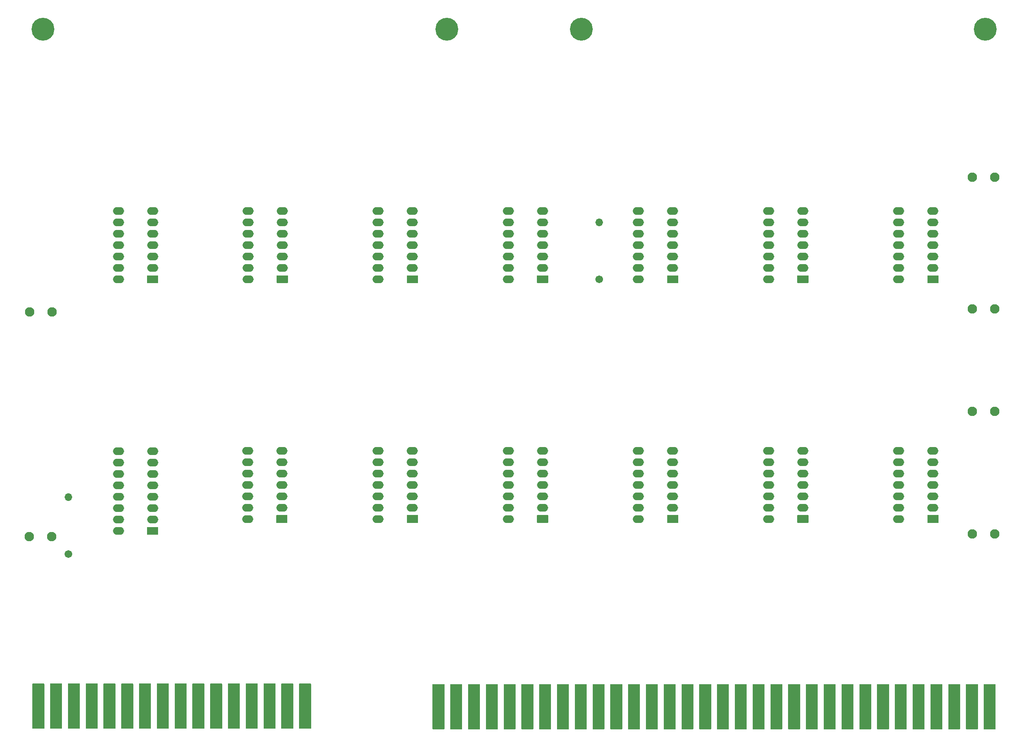
<source format=gbr>
G04 #@! TF.GenerationSoftware,KiCad,Pcbnew,(5.1.10-1-10_14)*
G04 #@! TF.CreationDate,2022-02-06T21:24:09+11:00*
G04 #@! TF.ProjectId,educ 8 decoder,65647563-2038-4206-9465-636f6465722e,rev?*
G04 #@! TF.SameCoordinates,Original*
G04 #@! TF.FileFunction,Soldermask,Bot*
G04 #@! TF.FilePolarity,Negative*
%FSLAX46Y46*%
G04 Gerber Fmt 4.6, Leading zero omitted, Abs format (unit mm)*
G04 Created by KiCad (PCBNEW (5.1.10-1-10_14)) date 2022-02-06 21:24:09*
%MOMM*%
%LPD*%
G01*
G04 APERTURE LIST*
%ADD10C,5.102000*%
%ADD11O,2.502000X1.702000*%
%ADD12O,1.702000X1.702000*%
%ADD13C,1.702000*%
%ADD14C,2.102000*%
G04 APERTURE END LIST*
D10*
X265000000Y-93000000D03*
X175000000Y-93000000D03*
X145000000Y-93000000D03*
X55000000Y-93000000D03*
D11*
X129700000Y-148740000D03*
X137320000Y-133500000D03*
X129700000Y-146200000D03*
X137320000Y-136040000D03*
X129700000Y-143660000D03*
X137320000Y-138580000D03*
X129700000Y-141120000D03*
X137320000Y-141120000D03*
X129700000Y-138580000D03*
X137320000Y-143660000D03*
X129700000Y-136040000D03*
X137320000Y-146200000D03*
X129700000Y-133500000D03*
G36*
G01*
X138571000Y-147940000D02*
X138571000Y-149540000D01*
G75*
G02*
X138520000Y-149591000I-51000J0D01*
G01*
X136120000Y-149591000D01*
G75*
G02*
X136069000Y-149540000I0J51000D01*
G01*
X136069000Y-147940000D01*
G75*
G02*
X136120000Y-147889000I51000J0D01*
G01*
X138520000Y-147889000D01*
G75*
G02*
X138571000Y-147940000I0J-51000D01*
G01*
G37*
D12*
X60626800Y-197342000D03*
D13*
X60626800Y-210042000D03*
D11*
X100700000Y-148740000D03*
X108320000Y-133500000D03*
X100700000Y-146200000D03*
X108320000Y-136040000D03*
X100700000Y-143660000D03*
X108320000Y-138580000D03*
X100700000Y-141120000D03*
X108320000Y-141120000D03*
X100700000Y-138580000D03*
X108320000Y-143660000D03*
X100700000Y-136040000D03*
X108320000Y-146200000D03*
X100700000Y-133500000D03*
G36*
G01*
X109571000Y-147940000D02*
X109571000Y-149540000D01*
G75*
G02*
X109520000Y-149591000I-51000J0D01*
G01*
X107120000Y-149591000D01*
G75*
G02*
X107069000Y-149540000I0J51000D01*
G01*
X107069000Y-147940000D01*
G75*
G02*
X107120000Y-147889000I51000J0D01*
G01*
X109520000Y-147889000D01*
G75*
G02*
X109571000Y-147940000I0J-51000D01*
G01*
G37*
D12*
X178905000Y-136081000D03*
D13*
X178905000Y-148781000D03*
G36*
G01*
X52643000Y-249000000D02*
X52643000Y-239000000D01*
G75*
G02*
X52694000Y-238949000I51000J0D01*
G01*
X55234000Y-238949000D01*
G75*
G02*
X55285000Y-239000000I0J-51000D01*
G01*
X55285000Y-249000000D01*
G75*
G02*
X55234000Y-249051000I-51000J0D01*
G01*
X52694000Y-249051000D01*
G75*
G02*
X52643000Y-249000000I0J51000D01*
G01*
G37*
G36*
G01*
X56605400Y-249000000D02*
X56605400Y-239000000D01*
G75*
G02*
X56656400Y-238949000I51000J0D01*
G01*
X59196400Y-238949000D01*
G75*
G02*
X59247400Y-239000000I0J-51000D01*
G01*
X59247400Y-249000000D01*
G75*
G02*
X59196400Y-249051000I-51000J0D01*
G01*
X56656400Y-249051000D01*
G75*
G02*
X56605400Y-249000000I0J51000D01*
G01*
G37*
G36*
G01*
X60567800Y-249000000D02*
X60567800Y-239000000D01*
G75*
G02*
X60618800Y-238949000I51000J0D01*
G01*
X63158800Y-238949000D01*
G75*
G02*
X63209800Y-239000000I0J-51000D01*
G01*
X63209800Y-249000000D01*
G75*
G02*
X63158800Y-249051000I-51000J0D01*
G01*
X60618800Y-249051000D01*
G75*
G02*
X60567800Y-249000000I0J51000D01*
G01*
G37*
G36*
G01*
X64530200Y-249000000D02*
X64530200Y-239000000D01*
G75*
G02*
X64581200Y-238949000I51000J0D01*
G01*
X67121200Y-238949000D01*
G75*
G02*
X67172200Y-239000000I0J-51000D01*
G01*
X67172200Y-249000000D01*
G75*
G02*
X67121200Y-249051000I-51000J0D01*
G01*
X64581200Y-249051000D01*
G75*
G02*
X64530200Y-249000000I0J51000D01*
G01*
G37*
G36*
G01*
X68492600Y-249000000D02*
X68492600Y-239000000D01*
G75*
G02*
X68543600Y-238949000I51000J0D01*
G01*
X71083600Y-238949000D01*
G75*
G02*
X71134600Y-239000000I0J-51000D01*
G01*
X71134600Y-249000000D01*
G75*
G02*
X71083600Y-249051000I-51000J0D01*
G01*
X68543600Y-249051000D01*
G75*
G02*
X68492600Y-249000000I0J51000D01*
G01*
G37*
G36*
G01*
X72455000Y-249000000D02*
X72455000Y-239000000D01*
G75*
G02*
X72506000Y-238949000I51000J0D01*
G01*
X75046000Y-238949000D01*
G75*
G02*
X75097000Y-239000000I0J-51000D01*
G01*
X75097000Y-249000000D01*
G75*
G02*
X75046000Y-249051000I-51000J0D01*
G01*
X72506000Y-249051000D01*
G75*
G02*
X72455000Y-249000000I0J51000D01*
G01*
G37*
G36*
G01*
X76417400Y-249000000D02*
X76417400Y-239000000D01*
G75*
G02*
X76468400Y-238949000I51000J0D01*
G01*
X79008400Y-238949000D01*
G75*
G02*
X79059400Y-239000000I0J-51000D01*
G01*
X79059400Y-249000000D01*
G75*
G02*
X79008400Y-249051000I-51000J0D01*
G01*
X76468400Y-249051000D01*
G75*
G02*
X76417400Y-249000000I0J51000D01*
G01*
G37*
G36*
G01*
X80379800Y-249000000D02*
X80379800Y-239000000D01*
G75*
G02*
X80430800Y-238949000I51000J0D01*
G01*
X82970800Y-238949000D01*
G75*
G02*
X83021800Y-239000000I0J-51000D01*
G01*
X83021800Y-249000000D01*
G75*
G02*
X82970800Y-249051000I-51000J0D01*
G01*
X80430800Y-249051000D01*
G75*
G02*
X80379800Y-249000000I0J51000D01*
G01*
G37*
G36*
G01*
X84342200Y-249000000D02*
X84342200Y-239000000D01*
G75*
G02*
X84393200Y-238949000I51000J0D01*
G01*
X86933200Y-238949000D01*
G75*
G02*
X86984200Y-239000000I0J-51000D01*
G01*
X86984200Y-249000000D01*
G75*
G02*
X86933200Y-249051000I-51000J0D01*
G01*
X84393200Y-249051000D01*
G75*
G02*
X84342200Y-249000000I0J51000D01*
G01*
G37*
G36*
G01*
X88304600Y-249000000D02*
X88304600Y-239000000D01*
G75*
G02*
X88355600Y-238949000I51000J0D01*
G01*
X90895600Y-238949000D01*
G75*
G02*
X90946600Y-239000000I0J-51000D01*
G01*
X90946600Y-249000000D01*
G75*
G02*
X90895600Y-249051000I-51000J0D01*
G01*
X88355600Y-249051000D01*
G75*
G02*
X88304600Y-249000000I0J51000D01*
G01*
G37*
G36*
G01*
X92267000Y-249000000D02*
X92267000Y-239000000D01*
G75*
G02*
X92318000Y-238949000I51000J0D01*
G01*
X94858000Y-238949000D01*
G75*
G02*
X94909000Y-239000000I0J-51000D01*
G01*
X94909000Y-249000000D01*
G75*
G02*
X94858000Y-249051000I-51000J0D01*
G01*
X92318000Y-249051000D01*
G75*
G02*
X92267000Y-249000000I0J51000D01*
G01*
G37*
G36*
G01*
X96229400Y-249000000D02*
X96229400Y-239000000D01*
G75*
G02*
X96280400Y-238949000I51000J0D01*
G01*
X98820400Y-238949000D01*
G75*
G02*
X98871400Y-239000000I0J-51000D01*
G01*
X98871400Y-249000000D01*
G75*
G02*
X98820400Y-249051000I-51000J0D01*
G01*
X96280400Y-249051000D01*
G75*
G02*
X96229400Y-249000000I0J51000D01*
G01*
G37*
G36*
G01*
X100191800Y-249000000D02*
X100191800Y-239000000D01*
G75*
G02*
X100242800Y-238949000I51000J0D01*
G01*
X102782800Y-238949000D01*
G75*
G02*
X102833800Y-239000000I0J-51000D01*
G01*
X102833800Y-249000000D01*
G75*
G02*
X102782800Y-249051000I-51000J0D01*
G01*
X100242800Y-249051000D01*
G75*
G02*
X100191800Y-249000000I0J51000D01*
G01*
G37*
G36*
G01*
X104154200Y-249000000D02*
X104154200Y-239000000D01*
G75*
G02*
X104205200Y-238949000I51000J0D01*
G01*
X106745200Y-238949000D01*
G75*
G02*
X106796200Y-239000000I0J-51000D01*
G01*
X106796200Y-249000000D01*
G75*
G02*
X106745200Y-249051000I-51000J0D01*
G01*
X104205200Y-249051000D01*
G75*
G02*
X104154200Y-249000000I0J51000D01*
G01*
G37*
G36*
G01*
X108116600Y-249000000D02*
X108116600Y-239000000D01*
G75*
G02*
X108167600Y-238949000I51000J0D01*
G01*
X110707600Y-238949000D01*
G75*
G02*
X110758600Y-239000000I0J-51000D01*
G01*
X110758600Y-249000000D01*
G75*
G02*
X110707600Y-249051000I-51000J0D01*
G01*
X108167600Y-249051000D01*
G75*
G02*
X108116600Y-249000000I0J51000D01*
G01*
G37*
G36*
G01*
X112079000Y-249000000D02*
X112079000Y-239000000D01*
G75*
G02*
X112130000Y-238949000I51000J0D01*
G01*
X114670000Y-238949000D01*
G75*
G02*
X114721000Y-239000000I0J-51000D01*
G01*
X114721000Y-249000000D01*
G75*
G02*
X114670000Y-249051000I-51000J0D01*
G01*
X112130000Y-249051000D01*
G75*
G02*
X112079000Y-249000000I0J51000D01*
G01*
G37*
G36*
G01*
X145763400Y-249118000D02*
X145763400Y-239118000D01*
G75*
G02*
X145814400Y-239067000I51000J0D01*
G01*
X148354400Y-239067000D01*
G75*
G02*
X148405400Y-239118000I0J-51000D01*
G01*
X148405400Y-249118000D01*
G75*
G02*
X148354400Y-249169000I-51000J0D01*
G01*
X145814400Y-249169000D01*
G75*
G02*
X145763400Y-249118000I0J51000D01*
G01*
G37*
G36*
G01*
X141801000Y-249118000D02*
X141801000Y-239118000D01*
G75*
G02*
X141852000Y-239067000I51000J0D01*
G01*
X144392000Y-239067000D01*
G75*
G02*
X144443000Y-239118000I0J-51000D01*
G01*
X144443000Y-249118000D01*
G75*
G02*
X144392000Y-249169000I-51000J0D01*
G01*
X141852000Y-249169000D01*
G75*
G02*
X141801000Y-249118000I0J51000D01*
G01*
G37*
G36*
G01*
X189349800Y-249118000D02*
X189349800Y-239118000D01*
G75*
G02*
X189400800Y-239067000I51000J0D01*
G01*
X191940800Y-239067000D01*
G75*
G02*
X191991800Y-239118000I0J-51000D01*
G01*
X191991800Y-249118000D01*
G75*
G02*
X191940800Y-249169000I-51000J0D01*
G01*
X189400800Y-249169000D01*
G75*
G02*
X189349800Y-249118000I0J51000D01*
G01*
G37*
G36*
G01*
X185387400Y-249118000D02*
X185387400Y-239118000D01*
G75*
G02*
X185438400Y-239067000I51000J0D01*
G01*
X187978400Y-239067000D01*
G75*
G02*
X188029400Y-239118000I0J-51000D01*
G01*
X188029400Y-249118000D01*
G75*
G02*
X187978400Y-249169000I-51000J0D01*
G01*
X185438400Y-249169000D01*
G75*
G02*
X185387400Y-249118000I0J51000D01*
G01*
G37*
G36*
G01*
X181425000Y-249118000D02*
X181425000Y-239118000D01*
G75*
G02*
X181476000Y-239067000I51000J0D01*
G01*
X184016000Y-239067000D01*
G75*
G02*
X184067000Y-239118000I0J-51000D01*
G01*
X184067000Y-249118000D01*
G75*
G02*
X184016000Y-249169000I-51000J0D01*
G01*
X181476000Y-249169000D01*
G75*
G02*
X181425000Y-249118000I0J51000D01*
G01*
G37*
G36*
G01*
X177462600Y-249118000D02*
X177462600Y-239118000D01*
G75*
G02*
X177513600Y-239067000I51000J0D01*
G01*
X180053600Y-239067000D01*
G75*
G02*
X180104600Y-239118000I0J-51000D01*
G01*
X180104600Y-249118000D01*
G75*
G02*
X180053600Y-249169000I-51000J0D01*
G01*
X177513600Y-249169000D01*
G75*
G02*
X177462600Y-249118000I0J51000D01*
G01*
G37*
G36*
G01*
X173500200Y-249118000D02*
X173500200Y-239118000D01*
G75*
G02*
X173551200Y-239067000I51000J0D01*
G01*
X176091200Y-239067000D01*
G75*
G02*
X176142200Y-239118000I0J-51000D01*
G01*
X176142200Y-249118000D01*
G75*
G02*
X176091200Y-249169000I-51000J0D01*
G01*
X173551200Y-249169000D01*
G75*
G02*
X173500200Y-249118000I0J51000D01*
G01*
G37*
G36*
G01*
X169537800Y-249118000D02*
X169537800Y-239118000D01*
G75*
G02*
X169588800Y-239067000I51000J0D01*
G01*
X172128800Y-239067000D01*
G75*
G02*
X172179800Y-239118000I0J-51000D01*
G01*
X172179800Y-249118000D01*
G75*
G02*
X172128800Y-249169000I-51000J0D01*
G01*
X169588800Y-249169000D01*
G75*
G02*
X169537800Y-249118000I0J51000D01*
G01*
G37*
G36*
G01*
X165575400Y-249118000D02*
X165575400Y-239118000D01*
G75*
G02*
X165626400Y-239067000I51000J0D01*
G01*
X168166400Y-239067000D01*
G75*
G02*
X168217400Y-239118000I0J-51000D01*
G01*
X168217400Y-249118000D01*
G75*
G02*
X168166400Y-249169000I-51000J0D01*
G01*
X165626400Y-249169000D01*
G75*
G02*
X165575400Y-249118000I0J51000D01*
G01*
G37*
G36*
G01*
X161613000Y-249118000D02*
X161613000Y-239118000D01*
G75*
G02*
X161664000Y-239067000I51000J0D01*
G01*
X164204000Y-239067000D01*
G75*
G02*
X164255000Y-239118000I0J-51000D01*
G01*
X164255000Y-249118000D01*
G75*
G02*
X164204000Y-249169000I-51000J0D01*
G01*
X161664000Y-249169000D01*
G75*
G02*
X161613000Y-249118000I0J51000D01*
G01*
G37*
G36*
G01*
X157650600Y-249118000D02*
X157650600Y-239118000D01*
G75*
G02*
X157701600Y-239067000I51000J0D01*
G01*
X160241600Y-239067000D01*
G75*
G02*
X160292600Y-239118000I0J-51000D01*
G01*
X160292600Y-249118000D01*
G75*
G02*
X160241600Y-249169000I-51000J0D01*
G01*
X157701600Y-249169000D01*
G75*
G02*
X157650600Y-249118000I0J51000D01*
G01*
G37*
G36*
G01*
X153688200Y-249118000D02*
X153688200Y-239118000D01*
G75*
G02*
X153739200Y-239067000I51000J0D01*
G01*
X156279200Y-239067000D01*
G75*
G02*
X156330200Y-239118000I0J-51000D01*
G01*
X156330200Y-249118000D01*
G75*
G02*
X156279200Y-249169000I-51000J0D01*
G01*
X153739200Y-249169000D01*
G75*
G02*
X153688200Y-249118000I0J51000D01*
G01*
G37*
G36*
G01*
X149725800Y-249118000D02*
X149725800Y-239118000D01*
G75*
G02*
X149776800Y-239067000I51000J0D01*
G01*
X152316800Y-239067000D01*
G75*
G02*
X152367800Y-239118000I0J-51000D01*
G01*
X152367800Y-249118000D01*
G75*
G02*
X152316800Y-249169000I-51000J0D01*
G01*
X149776800Y-249169000D01*
G75*
G02*
X149725800Y-249118000I0J51000D01*
G01*
G37*
G36*
G01*
X193312200Y-249118000D02*
X193312200Y-239118000D01*
G75*
G02*
X193363200Y-239067000I51000J0D01*
G01*
X195903200Y-239067000D01*
G75*
G02*
X195954200Y-239118000I0J-51000D01*
G01*
X195954200Y-249118000D01*
G75*
G02*
X195903200Y-249169000I-51000J0D01*
G01*
X193363200Y-249169000D01*
G75*
G02*
X193312200Y-249118000I0J51000D01*
G01*
G37*
G36*
G01*
X197274600Y-249118000D02*
X197274600Y-239118000D01*
G75*
G02*
X197325600Y-239067000I51000J0D01*
G01*
X199865600Y-239067000D01*
G75*
G02*
X199916600Y-239118000I0J-51000D01*
G01*
X199916600Y-249118000D01*
G75*
G02*
X199865600Y-249169000I-51000J0D01*
G01*
X197325600Y-249169000D01*
G75*
G02*
X197274600Y-249118000I0J51000D01*
G01*
G37*
G36*
G01*
X201237000Y-249118000D02*
X201237000Y-239118000D01*
G75*
G02*
X201288000Y-239067000I51000J0D01*
G01*
X203828000Y-239067000D01*
G75*
G02*
X203879000Y-239118000I0J-51000D01*
G01*
X203879000Y-249118000D01*
G75*
G02*
X203828000Y-249169000I-51000J0D01*
G01*
X201288000Y-249169000D01*
G75*
G02*
X201237000Y-249118000I0J51000D01*
G01*
G37*
G36*
G01*
X205199400Y-249118000D02*
X205199400Y-239118000D01*
G75*
G02*
X205250400Y-239067000I51000J0D01*
G01*
X207790400Y-239067000D01*
G75*
G02*
X207841400Y-239118000I0J-51000D01*
G01*
X207841400Y-249118000D01*
G75*
G02*
X207790400Y-249169000I-51000J0D01*
G01*
X205250400Y-249169000D01*
G75*
G02*
X205199400Y-249118000I0J51000D01*
G01*
G37*
G36*
G01*
X209161800Y-249118000D02*
X209161800Y-239118000D01*
G75*
G02*
X209212800Y-239067000I51000J0D01*
G01*
X211752800Y-239067000D01*
G75*
G02*
X211803800Y-239118000I0J-51000D01*
G01*
X211803800Y-249118000D01*
G75*
G02*
X211752800Y-249169000I-51000J0D01*
G01*
X209212800Y-249169000D01*
G75*
G02*
X209161800Y-249118000I0J51000D01*
G01*
G37*
G36*
G01*
X213124200Y-249118000D02*
X213124200Y-239118000D01*
G75*
G02*
X213175200Y-239067000I51000J0D01*
G01*
X215715200Y-239067000D01*
G75*
G02*
X215766200Y-239118000I0J-51000D01*
G01*
X215766200Y-249118000D01*
G75*
G02*
X215715200Y-249169000I-51000J0D01*
G01*
X213175200Y-249169000D01*
G75*
G02*
X213124200Y-249118000I0J51000D01*
G01*
G37*
G36*
G01*
X217086600Y-249118000D02*
X217086600Y-239118000D01*
G75*
G02*
X217137600Y-239067000I51000J0D01*
G01*
X219677600Y-239067000D01*
G75*
G02*
X219728600Y-239118000I0J-51000D01*
G01*
X219728600Y-249118000D01*
G75*
G02*
X219677600Y-249169000I-51000J0D01*
G01*
X217137600Y-249169000D01*
G75*
G02*
X217086600Y-249118000I0J51000D01*
G01*
G37*
G36*
G01*
X221049000Y-249118000D02*
X221049000Y-239118000D01*
G75*
G02*
X221100000Y-239067000I51000J0D01*
G01*
X223640000Y-239067000D01*
G75*
G02*
X223691000Y-239118000I0J-51000D01*
G01*
X223691000Y-249118000D01*
G75*
G02*
X223640000Y-249169000I-51000J0D01*
G01*
X221100000Y-249169000D01*
G75*
G02*
X221049000Y-249118000I0J51000D01*
G01*
G37*
G36*
G01*
X225011400Y-249118000D02*
X225011400Y-239118000D01*
G75*
G02*
X225062400Y-239067000I51000J0D01*
G01*
X227602400Y-239067000D01*
G75*
G02*
X227653400Y-239118000I0J-51000D01*
G01*
X227653400Y-249118000D01*
G75*
G02*
X227602400Y-249169000I-51000J0D01*
G01*
X225062400Y-249169000D01*
G75*
G02*
X225011400Y-249118000I0J51000D01*
G01*
G37*
G36*
G01*
X228973800Y-249118000D02*
X228973800Y-239118000D01*
G75*
G02*
X229024800Y-239067000I51000J0D01*
G01*
X231564800Y-239067000D01*
G75*
G02*
X231615800Y-239118000I0J-51000D01*
G01*
X231615800Y-249118000D01*
G75*
G02*
X231564800Y-249169000I-51000J0D01*
G01*
X229024800Y-249169000D01*
G75*
G02*
X228973800Y-249118000I0J51000D01*
G01*
G37*
G36*
G01*
X232936200Y-249118000D02*
X232936200Y-239118000D01*
G75*
G02*
X232987200Y-239067000I51000J0D01*
G01*
X235527200Y-239067000D01*
G75*
G02*
X235578200Y-239118000I0J-51000D01*
G01*
X235578200Y-249118000D01*
G75*
G02*
X235527200Y-249169000I-51000J0D01*
G01*
X232987200Y-249169000D01*
G75*
G02*
X232936200Y-249118000I0J51000D01*
G01*
G37*
G36*
G01*
X236898600Y-249118000D02*
X236898600Y-239118000D01*
G75*
G02*
X236949600Y-239067000I51000J0D01*
G01*
X239489600Y-239067000D01*
G75*
G02*
X239540600Y-239118000I0J-51000D01*
G01*
X239540600Y-249118000D01*
G75*
G02*
X239489600Y-249169000I-51000J0D01*
G01*
X236949600Y-249169000D01*
G75*
G02*
X236898600Y-249118000I0J51000D01*
G01*
G37*
G36*
G01*
X240861000Y-249118000D02*
X240861000Y-239118000D01*
G75*
G02*
X240912000Y-239067000I51000J0D01*
G01*
X243452000Y-239067000D01*
G75*
G02*
X243503000Y-239118000I0J-51000D01*
G01*
X243503000Y-249118000D01*
G75*
G02*
X243452000Y-249169000I-51000J0D01*
G01*
X240912000Y-249169000D01*
G75*
G02*
X240861000Y-249118000I0J51000D01*
G01*
G37*
G36*
G01*
X244823400Y-249118000D02*
X244823400Y-239118000D01*
G75*
G02*
X244874400Y-239067000I51000J0D01*
G01*
X247414400Y-239067000D01*
G75*
G02*
X247465400Y-239118000I0J-51000D01*
G01*
X247465400Y-249118000D01*
G75*
G02*
X247414400Y-249169000I-51000J0D01*
G01*
X244874400Y-249169000D01*
G75*
G02*
X244823400Y-249118000I0J51000D01*
G01*
G37*
G36*
G01*
X248785800Y-249118000D02*
X248785800Y-239118000D01*
G75*
G02*
X248836800Y-239067000I51000J0D01*
G01*
X251376800Y-239067000D01*
G75*
G02*
X251427800Y-239118000I0J-51000D01*
G01*
X251427800Y-249118000D01*
G75*
G02*
X251376800Y-249169000I-51000J0D01*
G01*
X248836800Y-249169000D01*
G75*
G02*
X248785800Y-249118000I0J51000D01*
G01*
G37*
G36*
G01*
X252748200Y-249118000D02*
X252748200Y-239118000D01*
G75*
G02*
X252799200Y-239067000I51000J0D01*
G01*
X255339200Y-239067000D01*
G75*
G02*
X255390200Y-239118000I0J-51000D01*
G01*
X255390200Y-249118000D01*
G75*
G02*
X255339200Y-249169000I-51000J0D01*
G01*
X252799200Y-249169000D01*
G75*
G02*
X252748200Y-249118000I0J51000D01*
G01*
G37*
G36*
G01*
X256710600Y-249118000D02*
X256710600Y-239118000D01*
G75*
G02*
X256761600Y-239067000I51000J0D01*
G01*
X259301600Y-239067000D01*
G75*
G02*
X259352600Y-239118000I0J-51000D01*
G01*
X259352600Y-249118000D01*
G75*
G02*
X259301600Y-249169000I-51000J0D01*
G01*
X256761600Y-249169000D01*
G75*
G02*
X256710600Y-249118000I0J51000D01*
G01*
G37*
G36*
G01*
X260673000Y-249118000D02*
X260673000Y-239118000D01*
G75*
G02*
X260724000Y-239067000I51000J0D01*
G01*
X263264000Y-239067000D01*
G75*
G02*
X263315000Y-239118000I0J-51000D01*
G01*
X263315000Y-249118000D01*
G75*
G02*
X263264000Y-249169000I-51000J0D01*
G01*
X260724000Y-249169000D01*
G75*
G02*
X260673000Y-249118000I0J51000D01*
G01*
G37*
G36*
G01*
X264635400Y-249118000D02*
X264635400Y-239118000D01*
G75*
G02*
X264686400Y-239067000I51000J0D01*
G01*
X267226400Y-239067000D01*
G75*
G02*
X267277400Y-239118000I0J-51000D01*
G01*
X267277400Y-249118000D01*
G75*
G02*
X267226400Y-249169000I-51000J0D01*
G01*
X264686400Y-249169000D01*
G75*
G02*
X264635400Y-249118000I0J51000D01*
G01*
G37*
D14*
X267090000Y-205550000D03*
X262090000Y-205550000D03*
X267090000Y-178245000D03*
X262090000Y-178245000D03*
X51985000Y-156020000D03*
X56985000Y-156020000D03*
X51905000Y-206185000D03*
X56905000Y-206185000D03*
X267090000Y-155385000D03*
X262090000Y-155385000D03*
X267090000Y-126000000D03*
X262090000Y-126000000D03*
D11*
X71800000Y-148740000D03*
X79420000Y-133500000D03*
X71800000Y-146200000D03*
X79420000Y-136040000D03*
X71800000Y-143660000D03*
X79420000Y-138580000D03*
X71800000Y-141120000D03*
X79420000Y-141120000D03*
X71800000Y-138580000D03*
X79420000Y-143660000D03*
X71800000Y-136040000D03*
X79420000Y-146200000D03*
X71800000Y-133500000D03*
G36*
G01*
X80671000Y-147940000D02*
X80671000Y-149540000D01*
G75*
G02*
X80620000Y-149591000I-51000J0D01*
G01*
X78220000Y-149591000D01*
G75*
G02*
X78169000Y-149540000I0J51000D01*
G01*
X78169000Y-147940000D01*
G75*
G02*
X78220000Y-147889000I51000J0D01*
G01*
X80620000Y-147889000D01*
G75*
G02*
X80671000Y-147940000I0J-51000D01*
G01*
G37*
X158700000Y-148740000D03*
X166320000Y-133500000D03*
X158700000Y-146200000D03*
X166320000Y-136040000D03*
X158700000Y-143660000D03*
X166320000Y-138580000D03*
X158700000Y-141120000D03*
X166320000Y-141120000D03*
X158700000Y-138580000D03*
X166320000Y-143660000D03*
X158700000Y-136040000D03*
X166320000Y-146200000D03*
X158700000Y-133500000D03*
G36*
G01*
X167571000Y-147940000D02*
X167571000Y-149540000D01*
G75*
G02*
X167520000Y-149591000I-51000J0D01*
G01*
X165120000Y-149591000D01*
G75*
G02*
X165069000Y-149540000I0J51000D01*
G01*
X165069000Y-147940000D01*
G75*
G02*
X165120000Y-147889000I51000J0D01*
G01*
X167520000Y-147889000D01*
G75*
G02*
X167571000Y-147940000I0J-51000D01*
G01*
G37*
X187700000Y-148740000D03*
X195320000Y-133500000D03*
X187700000Y-146200000D03*
X195320000Y-136040000D03*
X187700000Y-143660000D03*
X195320000Y-138580000D03*
X187700000Y-141120000D03*
X195320000Y-141120000D03*
X187700000Y-138580000D03*
X195320000Y-143660000D03*
X187700000Y-136040000D03*
X195320000Y-146200000D03*
X187700000Y-133500000D03*
G36*
G01*
X196571000Y-147940000D02*
X196571000Y-149540000D01*
G75*
G02*
X196520000Y-149591000I-51000J0D01*
G01*
X194120000Y-149591000D01*
G75*
G02*
X194069000Y-149540000I0J51000D01*
G01*
X194069000Y-147940000D01*
G75*
G02*
X194120000Y-147889000I51000J0D01*
G01*
X196520000Y-147889000D01*
G75*
G02*
X196571000Y-147940000I0J-51000D01*
G01*
G37*
X216700000Y-148740000D03*
X224320000Y-133500000D03*
X216700000Y-146200000D03*
X224320000Y-136040000D03*
X216700000Y-143660000D03*
X224320000Y-138580000D03*
X216700000Y-141120000D03*
X224320000Y-141120000D03*
X216700000Y-138580000D03*
X224320000Y-143660000D03*
X216700000Y-136040000D03*
X224320000Y-146200000D03*
X216700000Y-133500000D03*
G36*
G01*
X225571000Y-147940000D02*
X225571000Y-149540000D01*
G75*
G02*
X225520000Y-149591000I-51000J0D01*
G01*
X223120000Y-149591000D01*
G75*
G02*
X223069000Y-149540000I0J51000D01*
G01*
X223069000Y-147940000D01*
G75*
G02*
X223120000Y-147889000I51000J0D01*
G01*
X225520000Y-147889000D01*
G75*
G02*
X225571000Y-147940000I0J-51000D01*
G01*
G37*
X245700000Y-148740000D03*
X253320000Y-133500000D03*
X245700000Y-146200000D03*
X253320000Y-136040000D03*
X245700000Y-143660000D03*
X253320000Y-138580000D03*
X245700000Y-141120000D03*
X253320000Y-141120000D03*
X245700000Y-138580000D03*
X253320000Y-143660000D03*
X245700000Y-136040000D03*
X253320000Y-146200000D03*
X245700000Y-133500000D03*
G36*
G01*
X254571000Y-147940000D02*
X254571000Y-149540000D01*
G75*
G02*
X254520000Y-149591000I-51000J0D01*
G01*
X252120000Y-149591000D01*
G75*
G02*
X252069000Y-149540000I0J51000D01*
G01*
X252069000Y-147940000D01*
G75*
G02*
X252120000Y-147889000I51000J0D01*
G01*
X254520000Y-147889000D01*
G75*
G02*
X254571000Y-147940000I0J-51000D01*
G01*
G37*
X71800000Y-204880000D03*
X79420000Y-187100000D03*
X71800000Y-202340000D03*
X79420000Y-189640000D03*
X71800000Y-199800000D03*
X79420000Y-192180000D03*
X71800000Y-197260000D03*
X79420000Y-194720000D03*
X71800000Y-194720000D03*
X79420000Y-197260000D03*
X71800000Y-192180000D03*
X79420000Y-199800000D03*
X71800000Y-189640000D03*
X79420000Y-202340000D03*
X71800000Y-187100000D03*
G36*
G01*
X80671000Y-204080000D02*
X80671000Y-205680000D01*
G75*
G02*
X80620000Y-205731000I-51000J0D01*
G01*
X78220000Y-205731000D01*
G75*
G02*
X78169000Y-205680000I0J51000D01*
G01*
X78169000Y-204080000D01*
G75*
G02*
X78220000Y-204029000I51000J0D01*
G01*
X80620000Y-204029000D01*
G75*
G02*
X80671000Y-204080000I0J-51000D01*
G01*
G37*
X100600000Y-202240000D03*
X108220000Y-187000000D03*
X100600000Y-199700000D03*
X108220000Y-189540000D03*
X100600000Y-197160000D03*
X108220000Y-192080000D03*
X100600000Y-194620000D03*
X108220000Y-194620000D03*
X100600000Y-192080000D03*
X108220000Y-197160000D03*
X100600000Y-189540000D03*
X108220000Y-199700000D03*
X100600000Y-187000000D03*
G36*
G01*
X109471000Y-201440000D02*
X109471000Y-203040000D01*
G75*
G02*
X109420000Y-203091000I-51000J0D01*
G01*
X107020000Y-203091000D01*
G75*
G02*
X106969000Y-203040000I0J51000D01*
G01*
X106969000Y-201440000D01*
G75*
G02*
X107020000Y-201389000I51000J0D01*
G01*
X109420000Y-201389000D01*
G75*
G02*
X109471000Y-201440000I0J-51000D01*
G01*
G37*
X129700000Y-202240000D03*
X137320000Y-187000000D03*
X129700000Y-199700000D03*
X137320000Y-189540000D03*
X129700000Y-197160000D03*
X137320000Y-192080000D03*
X129700000Y-194620000D03*
X137320000Y-194620000D03*
X129700000Y-192080000D03*
X137320000Y-197160000D03*
X129700000Y-189540000D03*
X137320000Y-199700000D03*
X129700000Y-187000000D03*
G36*
G01*
X138571000Y-201440000D02*
X138571000Y-203040000D01*
G75*
G02*
X138520000Y-203091000I-51000J0D01*
G01*
X136120000Y-203091000D01*
G75*
G02*
X136069000Y-203040000I0J51000D01*
G01*
X136069000Y-201440000D01*
G75*
G02*
X136120000Y-201389000I51000J0D01*
G01*
X138520000Y-201389000D01*
G75*
G02*
X138571000Y-201440000I0J-51000D01*
G01*
G37*
X158700000Y-202240000D03*
X166320000Y-187000000D03*
X158700000Y-199700000D03*
X166320000Y-189540000D03*
X158700000Y-197160000D03*
X166320000Y-192080000D03*
X158700000Y-194620000D03*
X166320000Y-194620000D03*
X158700000Y-192080000D03*
X166320000Y-197160000D03*
X158700000Y-189540000D03*
X166320000Y-199700000D03*
X158700000Y-187000000D03*
G36*
G01*
X167571000Y-201440000D02*
X167571000Y-203040000D01*
G75*
G02*
X167520000Y-203091000I-51000J0D01*
G01*
X165120000Y-203091000D01*
G75*
G02*
X165069000Y-203040000I0J51000D01*
G01*
X165069000Y-201440000D01*
G75*
G02*
X165120000Y-201389000I51000J0D01*
G01*
X167520000Y-201389000D01*
G75*
G02*
X167571000Y-201440000I0J-51000D01*
G01*
G37*
X187700000Y-202240000D03*
X195320000Y-187000000D03*
X187700000Y-199700000D03*
X195320000Y-189540000D03*
X187700000Y-197160000D03*
X195320000Y-192080000D03*
X187700000Y-194620000D03*
X195320000Y-194620000D03*
X187700000Y-192080000D03*
X195320000Y-197160000D03*
X187700000Y-189540000D03*
X195320000Y-199700000D03*
X187700000Y-187000000D03*
G36*
G01*
X196571000Y-201440000D02*
X196571000Y-203040000D01*
G75*
G02*
X196520000Y-203091000I-51000J0D01*
G01*
X194120000Y-203091000D01*
G75*
G02*
X194069000Y-203040000I0J51000D01*
G01*
X194069000Y-201440000D01*
G75*
G02*
X194120000Y-201389000I51000J0D01*
G01*
X196520000Y-201389000D01*
G75*
G02*
X196571000Y-201440000I0J-51000D01*
G01*
G37*
X216700000Y-202240000D03*
X224320000Y-187000000D03*
X216700000Y-199700000D03*
X224320000Y-189540000D03*
X216700000Y-197160000D03*
X224320000Y-192080000D03*
X216700000Y-194620000D03*
X224320000Y-194620000D03*
X216700000Y-192080000D03*
X224320000Y-197160000D03*
X216700000Y-189540000D03*
X224320000Y-199700000D03*
X216700000Y-187000000D03*
G36*
G01*
X225571000Y-201440000D02*
X225571000Y-203040000D01*
G75*
G02*
X225520000Y-203091000I-51000J0D01*
G01*
X223120000Y-203091000D01*
G75*
G02*
X223069000Y-203040000I0J51000D01*
G01*
X223069000Y-201440000D01*
G75*
G02*
X223120000Y-201389000I51000J0D01*
G01*
X225520000Y-201389000D01*
G75*
G02*
X225571000Y-201440000I0J-51000D01*
G01*
G37*
X245700000Y-202240000D03*
X253320000Y-187000000D03*
X245700000Y-199700000D03*
X253320000Y-189540000D03*
X245700000Y-197160000D03*
X253320000Y-192080000D03*
X245700000Y-194620000D03*
X253320000Y-194620000D03*
X245700000Y-192080000D03*
X253320000Y-197160000D03*
X245700000Y-189540000D03*
X253320000Y-199700000D03*
X245700000Y-187000000D03*
G36*
G01*
X254571000Y-201440000D02*
X254571000Y-203040000D01*
G75*
G02*
X254520000Y-203091000I-51000J0D01*
G01*
X252120000Y-203091000D01*
G75*
G02*
X252069000Y-203040000I0J51000D01*
G01*
X252069000Y-201440000D01*
G75*
G02*
X252120000Y-201389000I51000J0D01*
G01*
X254520000Y-201389000D01*
G75*
G02*
X254571000Y-201440000I0J-51000D01*
G01*
G37*
M02*

</source>
